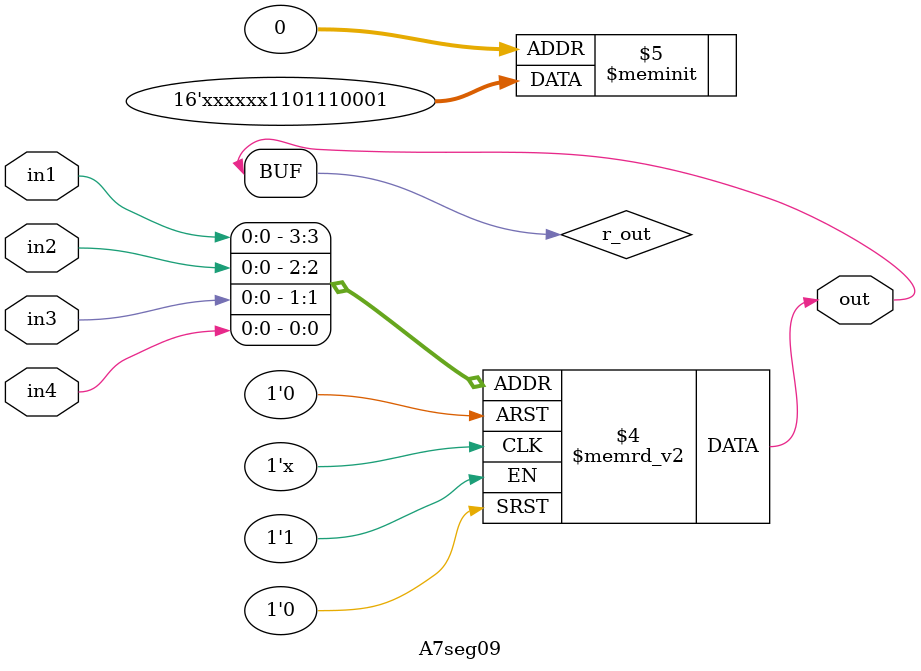
<source format=v>
module A7seg09(output out, input in1, in2, in3, in4);
  reg r_out;
  assign out = r_out;
  always@(in1, in2, in3, in4)
    begin
      case({in1, in2, in3, in4})
        4'b0000: out = 1'b1;
        4'b0001: out = 1'b0;
        4'b0010: out = 1'b0;
        4'b0011: out = 1'b0;
        4'b0100: out = 1'b1;
        4'b0101: out = 1'b1;
        4'b0110: out = 1'b1;
        4'b0111: out = 1'b0;
	4'b1000: out = 1'b1;
        4'b1001: out = 1'b1;
        4'b1010: out = 1'bx;
        4'b1011: out = 1'bx;
        4'b1100: out = 1'bx;
        4'b1101: out = 1'bx;
        4'b1110: out = 1'bx;
        4'b1111: out = 1'bx;
	
        default: out = 1'b0;
      endcase
    end
endmodule

</source>
